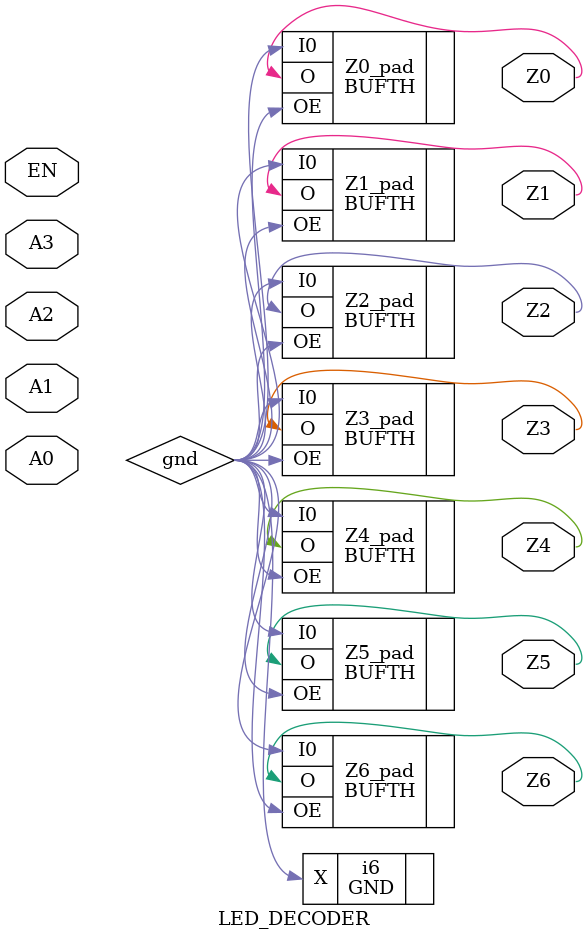
<source format=v>

module LED_DECODER (EN, A0, A1, A2, A3, Z0, Z1, Z2, Z3, Z4, 
            Z5, Z6) /* synthesis syn_module_defined=1 */ ;   // led_decoder.v(1[8:19])
    input EN;   // led_decoder.v(2[11:13])
    input A0;   // led_decoder.v(2[14:16])
    input A1;   // led_decoder.v(2[17:19])
    input A2;   // led_decoder.v(2[20:22])
    input A3;   // led_decoder.v(2[23:25])
    output Z0;   // led_decoder.v(3[12:14])
    output Z1;   // led_decoder.v(3[15:17])
    output Z2;   // led_decoder.v(3[18:20])
    output Z3;   // led_decoder.v(3[21:23])
    output Z4;   // led_decoder.v(3[24:26])
    output Z5;   // led_decoder.v(3[27:29])
    output Z6;   // led_decoder.v(3[30:32])
    
    
    wire EN_c, A0_c, A1_c, A2_c, A3_c, pwr, gnd;
    
    BUFTH Z1_pad (.O(Z1), .I0(gnd), .OE(gnd));   // E:/Bin/lse/userware/NT/SYNTHESIS_HEADERS/mach.v(76[8:13])
    BUFTH Z0_pad (.O(Z0), .I0(gnd), .OE(gnd));   // E:/Bin/lse/userware/NT/SYNTHESIS_HEADERS/mach.v(76[8:13])
    BUFTH Z2_pad (.O(Z2), .I0(gnd), .OE(gnd));   // E:/Bin/lse/userware/NT/SYNTHESIS_HEADERS/mach.v(76[8:13])
    BUFTH Z3_pad (.O(Z3), .I0(gnd), .OE(gnd));   // E:/Bin/lse/userware/NT/SYNTHESIS_HEADERS/mach.v(76[8:13])
    BUFTH Z4_pad (.O(Z4), .I0(gnd), .OE(gnd));   // E:/Bin/lse/userware/NT/SYNTHESIS_HEADERS/mach.v(76[8:13])
    BUFTH Z5_pad (.O(Z5), .I0(gnd), .OE(gnd));   // E:/Bin/lse/userware/NT/SYNTHESIS_HEADERS/mach.v(76[8:13])
    BUFTH Z6_pad (.O(Z6), .I0(gnd), .OE(gnd));   // E:/Bin/lse/userware/NT/SYNTHESIS_HEADERS/mach.v(76[8:13])
    VCC i44 (.X(pwr));
    IBUF EN_pad (.O(EN_c), .I0(EN));   // E:/Bin/lse/userware/NT/SYNTHESIS_HEADERS/mach.v(186[8:12])
    GND i6 (.X(gnd));
    IBUF A0_pad (.O(A0_c), .I0(A0));   // E:/Bin/lse/userware/NT/SYNTHESIS_HEADERS/mach.v(186[8:12])
    IBUF A1_pad (.O(A1_c), .I0(A1));   // E:/Bin/lse/userware/NT/SYNTHESIS_HEADERS/mach.v(186[8:12])
    IBUF A2_pad (.O(A2_c), .I0(A2));   // E:/Bin/lse/userware/NT/SYNTHESIS_HEADERS/mach.v(186[8:12])
    IBUF A3_pad (.O(A3_c), .I0(A3));   // E:/Bin/lse/userware/NT/SYNTHESIS_HEADERS/mach.v(186[8:12])
    
endmodule
//
// Verilog Description of module VCC
// module not written out since it is a black-box. 
//

//
// Verilog Description of module GND
// module not written out since it is a black-box. 
//


</source>
